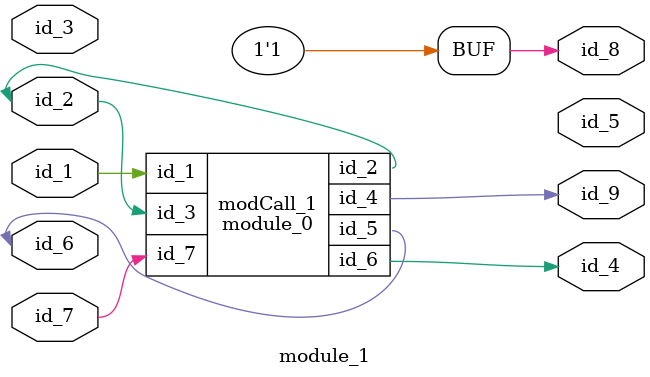
<source format=v>
module module_0 (
    id_1,
    id_2,
    id_3,
    id_4,
    id_5,
    id_6,
    id_7
);
  input wire id_7;
  output wire id_6;
  inout wire id_5;
  output wire id_4;
  input wire id_3;
  output wire id_2;
  input wire id_1;
  assign module_1.id_6 = 0;
endmodule
module module_1 (
    id_1,
    id_2,
    id_3,
    id_4,
    id_5,
    id_6,
    id_7,
    id_8,
    id_9
);
  output wire id_9;
  output wire id_8;
  inout wire id_7;
  inout wire id_6;
  output wire id_5;
  output wire id_4;
  inout wire id_3;
  inout wire id_2;
  inout wire id_1;
  assign id_8 = {id_2, id_6, 1, id_7 + {1{!id_7}}, 1, 1};
  module_0 modCall_1 (
      id_1,
      id_2,
      id_2,
      id_9,
      id_6,
      id_4,
      id_7
  );
endmodule

</source>
